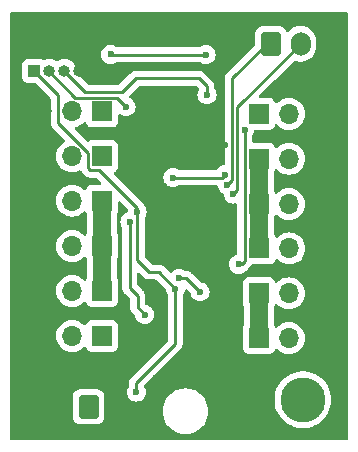
<source format=gbr>
%TF.GenerationSoftware,KiCad,Pcbnew,8.0.4-8.0.4-0~ubuntu22.04.1*%
%TF.CreationDate,2024-08-07T00:11:22+05:30*%
%TF.ProjectId,esp32Shield,65737033-3253-4686-9965-6c642e6b6963,rev?*%
%TF.SameCoordinates,Original*%
%TF.FileFunction,Copper,L2,Bot*%
%TF.FilePolarity,Positive*%
%FSLAX46Y46*%
G04 Gerber Fmt 4.6, Leading zero omitted, Abs format (unit mm)*
G04 Created by KiCad (PCBNEW 8.0.4-8.0.4-0~ubuntu22.04.1) date 2024-08-07 00:11:22*
%MOMM*%
%LPD*%
G01*
G04 APERTURE LIST*
G04 Aperture macros list*
%AMRoundRect*
0 Rectangle with rounded corners*
0 $1 Rounding radius*
0 $2 $3 $4 $5 $6 $7 $8 $9 X,Y pos of 4 corners*
0 Add a 4 corners polygon primitive as box body*
4,1,4,$2,$3,$4,$5,$6,$7,$8,$9,$2,$3,0*
0 Add four circle primitives for the rounded corners*
1,1,$1+$1,$2,$3*
1,1,$1+$1,$4,$5*
1,1,$1+$1,$6,$7*
1,1,$1+$1,$8,$9*
0 Add four rect primitives between the rounded corners*
20,1,$1+$1,$2,$3,$4,$5,0*
20,1,$1+$1,$4,$5,$6,$7,0*
20,1,$1+$1,$6,$7,$8,$9,0*
20,1,$1+$1,$8,$9,$2,$3,0*%
G04 Aperture macros list end*
%TA.AperFunction,ComponentPad*%
%ADD10R,1.700000X1.700000*%
%TD*%
%TA.AperFunction,ComponentPad*%
%ADD11O,1.700000X1.700000*%
%TD*%
%TA.AperFunction,ComponentPad*%
%ADD12R,3.800000X3.800000*%
%TD*%
%TA.AperFunction,ComponentPad*%
%ADD13C,3.800000*%
%TD*%
%TA.AperFunction,ComponentPad*%
%ADD14RoundRect,0.250000X-0.600000X-0.750000X0.600000X-0.750000X0.600000X0.750000X-0.600000X0.750000X0*%
%TD*%
%TA.AperFunction,ComponentPad*%
%ADD15O,1.700000X2.000000*%
%TD*%
%TA.AperFunction,ComponentPad*%
%ADD16RoundRect,0.250000X0.600000X0.750000X-0.600000X0.750000X-0.600000X-0.750000X0.600000X-0.750000X0*%
%TD*%
%TA.AperFunction,ComponentPad*%
%ADD17R,1.000000X1.000000*%
%TD*%
%TA.AperFunction,ComponentPad*%
%ADD18O,1.000000X1.000000*%
%TD*%
%TA.AperFunction,ViaPad*%
%ADD19C,0.600000*%
%TD*%
%TA.AperFunction,Conductor*%
%ADD20C,0.250000*%
%TD*%
%TA.AperFunction,Conductor*%
%ADD21C,1.500000*%
%TD*%
G04 APERTURE END LIST*
D10*
%TO.P,M10,1,Pin_1*%
%TO.N,+5V*%
X165875000Y-78250000D03*
D11*
%TO.P,M10,2,Pin_2*%
%TO.N,PWM10*%
X168415000Y-78250000D03*
%TO.P,M10,3,Pin_3*%
%TO.N,GND*%
X170955000Y-78250000D03*
%TD*%
D12*
%TO.P,J1,1,1*%
%TO.N,GND*%
X164600000Y-94800000D03*
D13*
%TO.P,J1,2,2*%
%TO.N,+5V*%
X169600000Y-94800000D03*
%TD*%
D10*
%TO.P,M2,1,Pin_1*%
%TO.N,+5V*%
X152600000Y-74200000D03*
D11*
%TO.P,M2,2,Pin_2*%
%TO.N,PWM2*%
X150060000Y-74200000D03*
%TO.P,M2,3,Pin_3*%
%TO.N,GND*%
X147520000Y-74200000D03*
%TD*%
D10*
%TO.P,M11,1,Pin_1*%
%TO.N,+5V*%
X165875000Y-74400000D03*
D11*
%TO.P,M11,2,Pin_2*%
%TO.N,PWM11*%
X168415000Y-74400000D03*
%TO.P,M11,3,Pin_3*%
%TO.N,GND*%
X170955000Y-74400000D03*
%TD*%
D10*
%TO.P,M6,1,Pin_1*%
%TO.N,+5V*%
X152600000Y-89400000D03*
D11*
%TO.P,M6,2,Pin_2*%
%TO.N,PWM6*%
X150060000Y-89400000D03*
%TO.P,M6,3,Pin_3*%
%TO.N,GND*%
X147520000Y-89400000D03*
%TD*%
D10*
%TO.P,M8,1,Pin_1*%
%TO.N,+5V*%
X165875000Y-85800000D03*
D11*
%TO.P,M8,2,Pin_2*%
%TO.N,PWM8*%
X168415000Y-85800000D03*
%TO.P,M8,3,Pin_3*%
%TO.N,GND*%
X170955000Y-85800000D03*
%TD*%
D14*
%TO.P,J4,1,Pin_1*%
%TO.N,SDA*%
X166900000Y-64675000D03*
D15*
%TO.P,J4,2,Pin_2*%
%TO.N,SCL*%
X169400000Y-64675000D03*
%TD*%
D10*
%TO.P,M5,1,Pin_1*%
%TO.N,+5V*%
X152600000Y-85600000D03*
D11*
%TO.P,M5,2,Pin_2*%
%TO.N,PWM5*%
X150060000Y-85600000D03*
%TO.P,M5,3,Pin_3*%
%TO.N,GND*%
X147520000Y-85600000D03*
%TD*%
D10*
%TO.P,M9,1,Pin_1*%
%TO.N,+5V*%
X165920000Y-82000000D03*
D11*
%TO.P,M9,2,Pin_2*%
%TO.N,PWM9*%
X168460000Y-82000000D03*
%TO.P,M9,3,Pin_3*%
%TO.N,GND*%
X171000000Y-82000000D03*
%TD*%
D10*
%TO.P,M3,1,Pin_1*%
%TO.N,+5V*%
X152600000Y-77950000D03*
D11*
%TO.P,M3,2,Pin_2*%
%TO.N,PWM3*%
X150060000Y-77950000D03*
%TO.P,M3,3,Pin_3*%
%TO.N,GND*%
X147520000Y-77950000D03*
%TD*%
D10*
%TO.P,M7,1,Pin_1*%
%TO.N,+5V*%
X165875000Y-89600000D03*
D11*
%TO.P,M7,2,Pin_2*%
%TO.N,PWM7*%
X168415000Y-89600000D03*
%TO.P,M7,3,Pin_3*%
%TO.N,GND*%
X170955000Y-89600000D03*
%TD*%
D10*
%TO.P,M4,1,Pin_1*%
%TO.N,+5V*%
X152600000Y-81800000D03*
D11*
%TO.P,M4,2,Pin_2*%
%TO.N,PWM4*%
X150060000Y-81800000D03*
%TO.P,M4,3,Pin_3*%
%TO.N,GND*%
X147520000Y-81800000D03*
%TD*%
D10*
%TO.P,M12,1,Pin_1*%
%TO.N,+5V*%
X165875000Y-70600000D03*
D11*
%TO.P,M12,2,Pin_2*%
%TO.N,PWM12*%
X168415000Y-70600000D03*
%TO.P,M12,3,Pin_3*%
%TO.N,GND*%
X170955000Y-70600000D03*
%TD*%
D16*
%TO.P,J3,1,Pin_1*%
%TO.N,+5V*%
X151450000Y-95400000D03*
D15*
%TO.P,J3,2,Pin_2*%
%TO.N,GND*%
X148950000Y-95400000D03*
%TD*%
D10*
%TO.P,M1,1,Pin_1*%
%TO.N,+5V*%
X152600000Y-70400000D03*
D11*
%TO.P,M1,2,Pin_2*%
%TO.N,PWM1*%
X150060000Y-70400000D03*
%TO.P,M1,3,Pin_3*%
%TO.N,GND*%
X147520000Y-70400000D03*
%TD*%
D17*
%TO.P,J2,1,Pin_1*%
%TO.N,+3.3V*%
X146850000Y-66960000D03*
D18*
%TO.P,J2,2,Pin_2*%
%TO.N,TX*%
X148120000Y-66960000D03*
%TO.P,J2,3,Pin_3*%
%TO.N,RX*%
X149390000Y-66960000D03*
%TO.P,J2,4,Pin_4*%
%TO.N,GND*%
X150660000Y-66960000D03*
%TD*%
D19*
%TO.N,SCL*%
X163690044Y-77400000D03*
%TO.N,SDA*%
X163200000Y-76600000D03*
%TO.N,IO12*%
X159127888Y-84527888D03*
X160886688Y-85679760D03*
%TO.N,reset*%
X154944391Y-79749112D03*
X156200000Y-87600000D03*
%TO.N,boot*%
X164675000Y-72000000D03*
X161400000Y-65600000D03*
X153310000Y-65580000D03*
X164150000Y-83350000D03*
%TO.N,TX*%
X154625000Y-70000000D03*
%TO.N,RX*%
X161480000Y-69000000D03*
%TO.N,GND*%
X157000000Y-75000000D03*
X159400000Y-80000000D03*
X157200000Y-93000000D03*
X162975000Y-73225000D03*
X150720000Y-64380000D03*
X163200000Y-66800000D03*
X153800000Y-64400000D03*
X161800000Y-89400000D03*
%TO.N,+3.3V*%
X158600000Y-76000000D03*
X162975000Y-75758058D03*
X155500000Y-94170000D03*
X155569391Y-78895803D03*
X158800000Y-85400000D03*
%TD*%
D20*
%TO.N,SCL*%
X163690044Y-77400000D02*
X164050000Y-77040044D01*
X164050000Y-70025000D02*
X169400000Y-64675000D01*
X164050000Y-77040044D02*
X164050000Y-70025000D01*
%TO.N,SDA*%
X163600000Y-67600000D02*
X166525000Y-64675000D01*
X163200000Y-76600000D02*
X163600000Y-76200000D01*
X163600000Y-76200000D02*
X163600000Y-67600000D01*
X166525000Y-64675000D02*
X166900000Y-64675000D01*
%TO.N,IO12*%
X159127888Y-84527888D02*
X159734816Y-84527888D01*
X159734816Y-84527888D02*
X160886688Y-85679760D01*
%TO.N,reset*%
X155600000Y-86000000D02*
X155600000Y-87000000D01*
X154944391Y-79749112D02*
X154944391Y-85344391D01*
X154944391Y-85344391D02*
X155600000Y-86000000D01*
X155600000Y-87000000D02*
X156200000Y-87600000D01*
%TO.N,boot*%
X153330000Y-65600000D02*
X161400000Y-65600000D01*
X164430000Y-83350000D02*
X164675000Y-83105000D01*
X164150000Y-83350000D02*
X164430000Y-83350000D01*
X164675000Y-83105000D02*
X164675000Y-72000000D01*
%TO.N,TX*%
X154625000Y-70000000D02*
X153850000Y-69225000D01*
X153850000Y-69225000D02*
X150345000Y-69225000D01*
X150345000Y-69225000D02*
X148120000Y-67000000D01*
%TO.N,RX*%
X155458884Y-67600000D02*
X154283884Y-68775000D01*
X161480000Y-68280000D02*
X160800000Y-67600000D01*
X154283884Y-68775000D02*
X151165000Y-68775000D01*
X160800000Y-67600000D02*
X155458884Y-67600000D01*
X151165000Y-68775000D02*
X149390000Y-67000000D01*
X161480000Y-69000000D02*
X161480000Y-68280000D01*
D21*
%TO.N,+5V*%
X165920000Y-82000000D02*
X165920000Y-78295000D01*
X152600000Y-81800000D02*
X152600000Y-85600000D01*
X152600000Y-81800000D02*
X152600000Y-77950000D01*
X165875000Y-89600000D02*
X165875000Y-85800000D01*
X165920000Y-78295000D02*
X165875000Y-78250000D01*
X165875000Y-78250000D02*
X165875000Y-74400000D01*
D20*
%TO.N,+3.3V*%
X157400000Y-84000000D02*
X156600000Y-84000000D01*
X155569391Y-82969391D02*
X155569391Y-78895803D01*
X158800000Y-90070000D02*
X158800000Y-85400000D01*
X151600000Y-75375000D02*
X152375000Y-75375000D01*
X151425000Y-75200000D02*
X151600000Y-75375000D01*
X155500000Y-94170000D02*
X155500000Y-93370000D01*
X148885000Y-71363299D02*
X151425000Y-73903299D01*
X155500000Y-93370000D02*
X158800000Y-90070000D01*
X151425000Y-73903299D02*
X151425000Y-75200000D01*
X152375000Y-75375000D02*
X155569391Y-78569391D01*
X156600000Y-84000000D02*
X155569391Y-82969391D01*
X158800000Y-85400000D02*
X157400000Y-84000000D01*
X155569391Y-78569391D02*
X155569391Y-78895803D01*
X146850000Y-67000000D02*
X148885000Y-69035000D01*
X148885000Y-69035000D02*
X148885000Y-71363299D01*
X162975000Y-75758058D02*
X162733058Y-76000000D01*
X162733058Y-76000000D02*
X158600000Y-76000000D01*
%TD*%
%TA.AperFunction,Conductor*%
%TO.N,GND*%
G36*
X173342539Y-62020185D02*
G01*
X173388294Y-62072989D01*
X173399500Y-62124500D01*
X173399500Y-98075500D01*
X173379815Y-98142539D01*
X173327011Y-98188294D01*
X173275500Y-98199500D01*
X144924500Y-98199500D01*
X144857461Y-98179815D01*
X144811706Y-98127011D01*
X144800500Y-98075500D01*
X144800500Y-94599983D01*
X150099500Y-94599983D01*
X150099500Y-96200001D01*
X150099501Y-96200018D01*
X150110000Y-96302796D01*
X150110001Y-96302799D01*
X150157621Y-96446504D01*
X150165186Y-96469334D01*
X150257288Y-96618656D01*
X150381344Y-96742712D01*
X150530666Y-96834814D01*
X150697203Y-96889999D01*
X150799991Y-96900500D01*
X152100008Y-96900499D01*
X152202797Y-96889999D01*
X152369334Y-96834814D01*
X152518656Y-96742712D01*
X152642712Y-96618656D01*
X152734814Y-96469334D01*
X152789999Y-96302797D01*
X152800500Y-96200009D01*
X152800500Y-95779998D01*
X157724569Y-95779998D01*
X157724569Y-95780001D01*
X157744269Y-96055442D01*
X157744270Y-96055449D01*
X157802966Y-96325267D01*
X157802968Y-96325274D01*
X157848184Y-96446504D01*
X157899470Y-96584008D01*
X157899472Y-96584012D01*
X158031808Y-96826367D01*
X158031813Y-96826375D01*
X158197292Y-97047430D01*
X158197308Y-97047448D01*
X158392551Y-97242691D01*
X158392569Y-97242707D01*
X158613624Y-97408186D01*
X158613632Y-97408191D01*
X158855987Y-97540527D01*
X158855991Y-97540529D01*
X158855993Y-97540530D01*
X159114726Y-97637032D01*
X159384559Y-97695731D01*
X159638781Y-97713913D01*
X159659999Y-97715431D01*
X159660000Y-97715431D01*
X159660001Y-97715431D01*
X159679701Y-97714021D01*
X159935441Y-97695731D01*
X160205274Y-97637032D01*
X160464007Y-97540530D01*
X160706373Y-97408188D01*
X160927438Y-97242701D01*
X161122701Y-97047438D01*
X161288188Y-96826373D01*
X161420530Y-96584007D01*
X161517032Y-96325274D01*
X161575731Y-96055441D01*
X161595431Y-95780000D01*
X161575731Y-95504559D01*
X161517032Y-95234726D01*
X161420530Y-94975993D01*
X161420296Y-94975565D01*
X161324427Y-94799994D01*
X167194754Y-94799994D01*
X167194754Y-94800005D01*
X167213718Y-95101446D01*
X167213719Y-95101453D01*
X167270320Y-95398164D01*
X167363659Y-95685431D01*
X167363661Y-95685436D01*
X167492265Y-95958732D01*
X167492268Y-95958738D01*
X167654111Y-96213763D01*
X167654114Y-96213767D01*
X167654115Y-96213768D01*
X167727765Y-96302796D01*
X167846652Y-96446505D01*
X168066836Y-96653272D01*
X168066846Y-96653280D01*
X168311193Y-96830808D01*
X168311198Y-96830810D01*
X168311205Y-96830816D01*
X168575896Y-96976332D01*
X168575901Y-96976334D01*
X168575903Y-96976335D01*
X168575904Y-96976336D01*
X168856734Y-97087524D01*
X168856737Y-97087525D01*
X168954259Y-97112564D01*
X169149302Y-97162642D01*
X169296039Y-97181179D01*
X169448963Y-97200499D01*
X169448969Y-97200499D01*
X169448973Y-97200500D01*
X169448975Y-97200500D01*
X169751025Y-97200500D01*
X169751027Y-97200500D01*
X169751032Y-97200499D01*
X169751036Y-97200499D01*
X169830591Y-97190448D01*
X170050698Y-97162642D01*
X170343262Y-97087525D01*
X170343265Y-97087524D01*
X170624095Y-96976336D01*
X170624096Y-96976335D01*
X170624094Y-96976335D01*
X170624104Y-96976332D01*
X170888795Y-96830816D01*
X171133162Y-96653274D01*
X171353349Y-96446504D01*
X171545885Y-96213768D01*
X171707733Y-95958736D01*
X171836341Y-95685430D01*
X171929681Y-95398160D01*
X171986280Y-95101457D01*
X171991464Y-95019061D01*
X172005246Y-94800005D01*
X172005246Y-94799994D01*
X171986281Y-94498553D01*
X171986280Y-94498546D01*
X171986280Y-94498543D01*
X171929681Y-94201840D01*
X171836341Y-93914570D01*
X171707733Y-93641264D01*
X171545885Y-93386232D01*
X171353349Y-93153496D01*
X171133162Y-92946726D01*
X171133159Y-92946724D01*
X171133153Y-92946719D01*
X170888806Y-92769191D01*
X170888799Y-92769186D01*
X170888795Y-92769184D01*
X170624104Y-92623668D01*
X170624101Y-92623666D01*
X170624096Y-92623664D01*
X170624095Y-92623663D01*
X170343265Y-92512475D01*
X170343262Y-92512474D01*
X170050695Y-92437357D01*
X169751036Y-92399500D01*
X169751027Y-92399500D01*
X169448973Y-92399500D01*
X169448963Y-92399500D01*
X169149304Y-92437357D01*
X168856737Y-92512474D01*
X168856734Y-92512475D01*
X168575904Y-92623663D01*
X168575903Y-92623664D01*
X168311205Y-92769184D01*
X168311193Y-92769191D01*
X168066846Y-92946719D01*
X168066836Y-92946727D01*
X167846652Y-93153494D01*
X167654111Y-93386236D01*
X167492268Y-93641261D01*
X167492265Y-93641267D01*
X167363661Y-93914563D01*
X167363659Y-93914568D01*
X167270320Y-94201835D01*
X167213719Y-94498546D01*
X167213718Y-94498553D01*
X167194754Y-94799994D01*
X161324427Y-94799994D01*
X161288191Y-94733632D01*
X161288186Y-94733624D01*
X161122707Y-94512569D01*
X161122691Y-94512551D01*
X160927448Y-94317308D01*
X160927430Y-94317292D01*
X160706375Y-94151813D01*
X160706367Y-94151808D01*
X160464012Y-94019472D01*
X160464008Y-94019470D01*
X160318465Y-93965186D01*
X160205274Y-93922968D01*
X160205270Y-93922967D01*
X160205267Y-93922966D01*
X159935449Y-93864270D01*
X159935442Y-93864269D01*
X159660001Y-93844569D01*
X159659999Y-93844569D01*
X159384557Y-93864269D01*
X159384550Y-93864270D01*
X159114732Y-93922966D01*
X159114727Y-93922967D01*
X159114726Y-93922968D01*
X159052172Y-93946299D01*
X158855991Y-94019470D01*
X158855987Y-94019472D01*
X158613632Y-94151808D01*
X158613624Y-94151813D01*
X158392569Y-94317292D01*
X158392551Y-94317308D01*
X158197308Y-94512551D01*
X158197292Y-94512569D01*
X158031813Y-94733624D01*
X158031808Y-94733632D01*
X157899472Y-94975987D01*
X157899470Y-94975991D01*
X157802966Y-95234732D01*
X157744270Y-95504550D01*
X157744269Y-95504557D01*
X157724569Y-95779998D01*
X152800500Y-95779998D01*
X152800499Y-94599992D01*
X152789999Y-94497203D01*
X152734814Y-94330666D01*
X152642712Y-94181344D01*
X152518656Y-94057288D01*
X152369334Y-93965186D01*
X152202797Y-93910001D01*
X152202795Y-93910000D01*
X152100010Y-93899500D01*
X150799998Y-93899500D01*
X150799981Y-93899501D01*
X150697203Y-93910000D01*
X150697200Y-93910001D01*
X150530668Y-93965185D01*
X150530663Y-93965187D01*
X150381342Y-94057289D01*
X150257289Y-94181342D01*
X150165187Y-94330663D01*
X150165185Y-94330668D01*
X150159026Y-94349255D01*
X150110001Y-94497203D01*
X150110001Y-94497204D01*
X150110000Y-94497204D01*
X150099500Y-94599983D01*
X144800500Y-94599983D01*
X144800500Y-89399999D01*
X148704341Y-89399999D01*
X148704341Y-89400000D01*
X148724936Y-89635403D01*
X148724938Y-89635413D01*
X148786094Y-89863655D01*
X148786096Y-89863659D01*
X148786097Y-89863663D01*
X148870499Y-90044663D01*
X148885965Y-90077830D01*
X148885967Y-90077834D01*
X148923619Y-90131606D01*
X149021505Y-90271401D01*
X149188599Y-90438495D01*
X149273404Y-90497876D01*
X149382165Y-90574032D01*
X149382167Y-90574033D01*
X149382170Y-90574035D01*
X149596337Y-90673903D01*
X149824592Y-90735063D01*
X150001034Y-90750500D01*
X150059999Y-90755659D01*
X150060000Y-90755659D01*
X150060001Y-90755659D01*
X150118966Y-90750500D01*
X150295408Y-90735063D01*
X150523663Y-90673903D01*
X150737830Y-90574035D01*
X150931401Y-90438495D01*
X151053329Y-90316566D01*
X151114648Y-90283084D01*
X151184340Y-90288068D01*
X151240274Y-90329939D01*
X151257189Y-90360917D01*
X151306202Y-90492328D01*
X151306206Y-90492335D01*
X151392452Y-90607544D01*
X151392455Y-90607547D01*
X151507664Y-90693793D01*
X151507671Y-90693797D01*
X151642517Y-90744091D01*
X151642516Y-90744091D01*
X151649444Y-90744835D01*
X151702127Y-90750500D01*
X153497872Y-90750499D01*
X153557483Y-90744091D01*
X153692331Y-90693796D01*
X153807546Y-90607546D01*
X153893796Y-90492331D01*
X153944091Y-90357483D01*
X153950500Y-90297873D01*
X153950499Y-88502128D01*
X153944091Y-88442517D01*
X153942810Y-88439083D01*
X153893797Y-88307671D01*
X153893793Y-88307664D01*
X153807547Y-88192455D01*
X153807544Y-88192452D01*
X153692335Y-88106206D01*
X153692328Y-88106202D01*
X153557482Y-88055908D01*
X153557483Y-88055908D01*
X153497883Y-88049501D01*
X153497881Y-88049500D01*
X153497873Y-88049500D01*
X153497864Y-88049500D01*
X151702129Y-88049500D01*
X151702123Y-88049501D01*
X151642516Y-88055908D01*
X151507671Y-88106202D01*
X151507664Y-88106206D01*
X151392455Y-88192452D01*
X151392452Y-88192455D01*
X151306206Y-88307664D01*
X151306203Y-88307669D01*
X151257189Y-88439083D01*
X151215317Y-88495016D01*
X151149853Y-88519433D01*
X151081580Y-88504581D01*
X151053326Y-88483430D01*
X150931402Y-88361506D01*
X150931395Y-88361501D01*
X150737834Y-88225967D01*
X150737830Y-88225965D01*
X150737828Y-88225964D01*
X150523663Y-88126097D01*
X150523659Y-88126096D01*
X150523655Y-88126094D01*
X150295413Y-88064938D01*
X150295403Y-88064936D01*
X150060001Y-88044341D01*
X150059999Y-88044341D01*
X149824596Y-88064936D01*
X149824586Y-88064938D01*
X149596344Y-88126094D01*
X149596335Y-88126098D01*
X149382171Y-88225964D01*
X149382169Y-88225965D01*
X149188597Y-88361505D01*
X149021505Y-88528597D01*
X148885965Y-88722169D01*
X148885964Y-88722171D01*
X148786098Y-88936335D01*
X148786094Y-88936344D01*
X148724938Y-89164586D01*
X148724936Y-89164596D01*
X148704341Y-89399999D01*
X144800500Y-89399999D01*
X144800500Y-66412135D01*
X145849500Y-66412135D01*
X145849500Y-67507870D01*
X145849501Y-67507876D01*
X145855908Y-67567483D01*
X145906202Y-67702328D01*
X145906206Y-67702335D01*
X145992452Y-67817544D01*
X145992455Y-67817547D01*
X146107664Y-67903793D01*
X146107671Y-67903797D01*
X146152618Y-67920561D01*
X146242517Y-67954091D01*
X146302127Y-67960500D01*
X146874547Y-67960499D01*
X146941586Y-67980183D01*
X146962228Y-67996818D01*
X148223181Y-69257771D01*
X148256666Y-69319094D01*
X148259500Y-69345452D01*
X148259500Y-71424910D01*
X148283535Y-71545743D01*
X148283540Y-71545760D01*
X148330685Y-71659580D01*
X148330688Y-71659585D01*
X148352567Y-71692328D01*
X148352568Y-71692331D01*
X148352569Y-71692331D01*
X148399140Y-71762030D01*
X148399141Y-71762031D01*
X148399142Y-71762032D01*
X148486267Y-71849157D01*
X148486268Y-71849157D01*
X148493335Y-71856224D01*
X148493334Y-71856224D01*
X148493338Y-71856227D01*
X149448522Y-72811411D01*
X149482007Y-72872734D01*
X149477023Y-72942426D01*
X149435151Y-72998359D01*
X149413246Y-73011474D01*
X149382171Y-73025964D01*
X149382169Y-73025965D01*
X149188597Y-73161505D01*
X149021505Y-73328597D01*
X148885965Y-73522169D01*
X148885964Y-73522171D01*
X148786098Y-73736335D01*
X148786094Y-73736344D01*
X148724938Y-73964586D01*
X148724936Y-73964596D01*
X148704341Y-74199999D01*
X148704341Y-74200000D01*
X148724936Y-74435403D01*
X148724938Y-74435413D01*
X148786094Y-74663655D01*
X148786096Y-74663659D01*
X148786097Y-74663663D01*
X148869134Y-74841735D01*
X148885965Y-74877830D01*
X148885967Y-74877834D01*
X148994104Y-75032268D01*
X149021505Y-75071401D01*
X149188599Y-75238495D01*
X149283555Y-75304984D01*
X149382165Y-75374032D01*
X149382167Y-75374033D01*
X149382170Y-75374035D01*
X149596337Y-75473903D01*
X149824592Y-75535063D01*
X150012918Y-75551539D01*
X150059999Y-75555659D01*
X150060000Y-75555659D01*
X150060001Y-75555659D01*
X150099234Y-75552226D01*
X150295408Y-75535063D01*
X150523663Y-75473903D01*
X150689345Y-75396643D01*
X150758421Y-75386152D01*
X150822205Y-75414672D01*
X150856311Y-75461575D01*
X150870688Y-75496286D01*
X150870690Y-75496290D01*
X150896599Y-75535064D01*
X150896600Y-75535065D01*
X150939140Y-75598731D01*
X150939141Y-75598732D01*
X150939142Y-75598733D01*
X151026267Y-75685858D01*
X151026268Y-75685858D01*
X151033335Y-75692925D01*
X151033334Y-75692925D01*
X151033338Y-75692928D01*
X151107071Y-75766661D01*
X151107074Y-75766665D01*
X151107075Y-75766665D01*
X151114141Y-75773731D01*
X151114142Y-75773733D01*
X151161154Y-75820745D01*
X151201268Y-75860859D01*
X151303707Y-75929307D01*
X151303713Y-75929310D01*
X151303714Y-75929311D01*
X151417548Y-75976463D01*
X151447307Y-75982382D01*
X151472015Y-75987297D01*
X151472031Y-75987300D01*
X151472051Y-75987304D01*
X151538391Y-76000499D01*
X151538392Y-76000500D01*
X151538393Y-76000500D01*
X151538394Y-76000500D01*
X152064548Y-76000500D01*
X152131587Y-76020185D01*
X152152229Y-76036819D01*
X152503229Y-76387819D01*
X152536714Y-76449142D01*
X152531730Y-76518834D01*
X152489858Y-76574767D01*
X152424394Y-76599184D01*
X152415548Y-76599500D01*
X151702129Y-76599500D01*
X151702123Y-76599501D01*
X151642516Y-76605908D01*
X151507671Y-76656202D01*
X151507664Y-76656206D01*
X151392455Y-76742452D01*
X151392452Y-76742455D01*
X151306206Y-76857664D01*
X151306203Y-76857669D01*
X151257189Y-76989083D01*
X151215317Y-77045016D01*
X151149853Y-77069433D01*
X151081580Y-77054581D01*
X151053326Y-77033430D01*
X150931402Y-76911506D01*
X150931395Y-76911501D01*
X150737834Y-76775967D01*
X150737830Y-76775965D01*
X150737828Y-76775964D01*
X150523663Y-76676097D01*
X150523659Y-76676096D01*
X150523655Y-76676094D01*
X150295413Y-76614938D01*
X150295403Y-76614936D01*
X150060001Y-76594341D01*
X150059999Y-76594341D01*
X149824596Y-76614936D01*
X149824586Y-76614938D01*
X149596344Y-76676094D01*
X149596335Y-76676098D01*
X149382171Y-76775964D01*
X149382169Y-76775965D01*
X149188597Y-76911505D01*
X149021505Y-77078597D01*
X148885965Y-77272169D01*
X148885964Y-77272171D01*
X148786098Y-77486335D01*
X148786094Y-77486344D01*
X148724938Y-77714586D01*
X148724936Y-77714596D01*
X148704341Y-77949999D01*
X148704341Y-77950000D01*
X148724936Y-78185403D01*
X148724938Y-78185413D01*
X148786094Y-78413655D01*
X148786096Y-78413659D01*
X148786097Y-78413663D01*
X148819555Y-78485413D01*
X148885965Y-78627830D01*
X148885967Y-78627834D01*
X148959469Y-78732805D01*
X149021505Y-78821401D01*
X149188599Y-78988495D01*
X149265482Y-79042329D01*
X149382165Y-79124032D01*
X149382167Y-79124033D01*
X149382170Y-79124035D01*
X149596337Y-79223903D01*
X149824592Y-79285063D01*
X150012918Y-79301539D01*
X150059999Y-79305659D01*
X150060000Y-79305659D01*
X150060001Y-79305659D01*
X150099234Y-79302226D01*
X150295408Y-79285063D01*
X150523663Y-79223903D01*
X150737830Y-79124035D01*
X150931401Y-78988495D01*
X151053329Y-78866566D01*
X151114648Y-78833084D01*
X151184340Y-78838068D01*
X151240274Y-78879939D01*
X151257189Y-78910917D01*
X151306202Y-79042328D01*
X151306203Y-79042329D01*
X151324766Y-79067126D01*
X151349184Y-79132590D01*
X151349500Y-79141438D01*
X151349500Y-80608561D01*
X151329815Y-80675600D01*
X151324767Y-80682872D01*
X151306204Y-80707668D01*
X151306203Y-80707669D01*
X151257189Y-80839083D01*
X151215317Y-80895016D01*
X151149853Y-80919433D01*
X151081580Y-80904581D01*
X151053326Y-80883430D01*
X150931402Y-80761506D01*
X150931395Y-80761501D01*
X150737834Y-80625967D01*
X150737830Y-80625965D01*
X150737828Y-80625964D01*
X150523663Y-80526097D01*
X150523659Y-80526096D01*
X150523655Y-80526094D01*
X150295413Y-80464938D01*
X150295403Y-80464936D01*
X150060001Y-80444341D01*
X150059999Y-80444341D01*
X149824596Y-80464936D01*
X149824586Y-80464938D01*
X149596344Y-80526094D01*
X149596335Y-80526098D01*
X149382171Y-80625964D01*
X149382169Y-80625965D01*
X149188597Y-80761505D01*
X149021505Y-80928597D01*
X148885965Y-81122169D01*
X148885964Y-81122171D01*
X148786098Y-81336335D01*
X148786094Y-81336344D01*
X148724938Y-81564586D01*
X148724936Y-81564596D01*
X148704341Y-81799999D01*
X148704341Y-81800000D01*
X148724936Y-82035403D01*
X148724938Y-82035413D01*
X148786094Y-82263655D01*
X148786096Y-82263659D01*
X148786097Y-82263663D01*
X148870499Y-82444663D01*
X148885965Y-82477830D01*
X148885967Y-82477834D01*
X148946744Y-82564632D01*
X149021505Y-82671401D01*
X149188599Y-82838495D01*
X149283555Y-82904984D01*
X149382165Y-82974032D01*
X149382167Y-82974033D01*
X149382170Y-82974035D01*
X149596337Y-83073903D01*
X149824592Y-83135063D01*
X150012918Y-83151539D01*
X150059999Y-83155659D01*
X150060000Y-83155659D01*
X150060001Y-83155659D01*
X150099234Y-83152226D01*
X150295408Y-83135063D01*
X150523663Y-83073903D01*
X150737830Y-82974035D01*
X150931401Y-82838495D01*
X151053329Y-82716566D01*
X151114648Y-82683084D01*
X151184340Y-82688068D01*
X151240274Y-82729939D01*
X151257189Y-82760917D01*
X151306202Y-82892328D01*
X151306203Y-82892329D01*
X151306204Y-82892331D01*
X151324349Y-82916569D01*
X151324766Y-82917126D01*
X151349184Y-82982590D01*
X151349500Y-82991438D01*
X151349500Y-84408561D01*
X151329815Y-84475600D01*
X151324767Y-84482872D01*
X151306204Y-84507668D01*
X151306203Y-84507669D01*
X151257189Y-84639083D01*
X151215317Y-84695016D01*
X151149853Y-84719433D01*
X151081580Y-84704581D01*
X151053326Y-84683430D01*
X150931402Y-84561506D01*
X150931395Y-84561501D01*
X150737834Y-84425967D01*
X150737830Y-84425965D01*
X150737828Y-84425964D01*
X150523663Y-84326097D01*
X150523659Y-84326096D01*
X150523655Y-84326094D01*
X150295413Y-84264938D01*
X150295403Y-84264936D01*
X150060001Y-84244341D01*
X150059999Y-84244341D01*
X149824596Y-84264936D01*
X149824586Y-84264938D01*
X149596344Y-84326094D01*
X149596335Y-84326098D01*
X149382171Y-84425964D01*
X149382169Y-84425965D01*
X149188597Y-84561505D01*
X149021505Y-84728597D01*
X148885965Y-84922169D01*
X148885964Y-84922171D01*
X148786098Y-85136335D01*
X148786094Y-85136344D01*
X148724938Y-85364586D01*
X148724936Y-85364596D01*
X148704341Y-85599999D01*
X148704341Y-85600000D01*
X148724936Y-85835403D01*
X148724938Y-85835413D01*
X148786094Y-86063655D01*
X148786096Y-86063659D01*
X148786097Y-86063663D01*
X148870499Y-86244663D01*
X148885965Y-86277830D01*
X148885967Y-86277834D01*
X148908807Y-86310452D01*
X149021505Y-86471401D01*
X149188599Y-86638495D01*
X149273404Y-86697876D01*
X149382165Y-86774032D01*
X149382167Y-86774033D01*
X149382170Y-86774035D01*
X149596337Y-86873903D01*
X149596343Y-86873904D01*
X149596344Y-86873905D01*
X149597486Y-86874211D01*
X149824592Y-86935063D01*
X150001034Y-86950500D01*
X150059999Y-86955659D01*
X150060000Y-86955659D01*
X150060001Y-86955659D01*
X150118966Y-86950500D01*
X150295408Y-86935063D01*
X150523663Y-86873903D01*
X150737830Y-86774035D01*
X150931401Y-86638495D01*
X151053329Y-86516566D01*
X151114648Y-86483084D01*
X151184340Y-86488068D01*
X151240274Y-86529939D01*
X151257189Y-86560917D01*
X151306202Y-86692328D01*
X151306206Y-86692335D01*
X151392452Y-86807544D01*
X151392455Y-86807547D01*
X151507664Y-86893793D01*
X151507671Y-86893797D01*
X151642517Y-86944091D01*
X151642516Y-86944091D01*
X151649444Y-86944835D01*
X151702127Y-86950500D01*
X153497872Y-86950499D01*
X153557483Y-86944091D01*
X153692331Y-86893796D01*
X153807546Y-86807546D01*
X153893796Y-86692331D01*
X153944091Y-86557483D01*
X153950500Y-86497873D01*
X153950499Y-84702128D01*
X153944091Y-84642517D01*
X153942810Y-84639083D01*
X153893797Y-84507671D01*
X153893795Y-84507668D01*
X153875233Y-84482872D01*
X153850816Y-84417408D01*
X153850500Y-84408561D01*
X153850500Y-82991438D01*
X153870185Y-82924399D01*
X153875234Y-82917126D01*
X153875651Y-82916569D01*
X153893796Y-82892331D01*
X153901603Y-82871401D01*
X153944091Y-82757482D01*
X153948101Y-82720184D01*
X153950500Y-82697873D01*
X153950499Y-80902128D01*
X153944091Y-80842517D01*
X153942810Y-80839083D01*
X153893797Y-80707671D01*
X153893795Y-80707668D01*
X153875233Y-80682872D01*
X153850816Y-80617408D01*
X153850500Y-80608561D01*
X153850500Y-79141438D01*
X153870185Y-79074399D01*
X153875234Y-79067126D01*
X153893796Y-79042331D01*
X153912292Y-78992742D01*
X153926742Y-78953998D01*
X153944091Y-78907483D01*
X153950500Y-78847873D01*
X153950499Y-78134449D01*
X153970183Y-78067412D01*
X154022987Y-78021657D01*
X154092146Y-78011713D01*
X154155702Y-78040738D01*
X154162180Y-78046770D01*
X154746651Y-78631241D01*
X154780136Y-78692564D01*
X154782190Y-78732805D01*
X154764526Y-78889584D01*
X154737460Y-78953998D01*
X154682261Y-78992742D01*
X154594871Y-79023321D01*
X154442128Y-79119296D01*
X154314575Y-79246849D01*
X154218602Y-79399588D01*
X154159022Y-79569857D01*
X154159021Y-79569862D01*
X154138826Y-79749108D01*
X154138826Y-79749115D01*
X154159021Y-79928361D01*
X154159022Y-79928366D01*
X154218602Y-80098636D01*
X154299884Y-80227993D01*
X154318891Y-80293966D01*
X154318891Y-85406002D01*
X154342926Y-85526835D01*
X154342931Y-85526852D01*
X154390076Y-85640671D01*
X154390078Y-85640675D01*
X154416192Y-85679758D01*
X154416194Y-85679760D01*
X154458532Y-85743123D01*
X154458535Y-85743127D01*
X154549977Y-85834569D01*
X154549999Y-85834589D01*
X154938181Y-86222771D01*
X154971666Y-86284094D01*
X154974500Y-86310452D01*
X154974500Y-87061610D01*
X154998535Y-87182444D01*
X154998538Y-87182454D01*
X155012347Y-87215792D01*
X155012347Y-87215793D01*
X155045685Y-87296280D01*
X155045690Y-87296289D01*
X155079914Y-87347507D01*
X155079915Y-87347509D01*
X155114141Y-87398733D01*
X155205586Y-87490178D01*
X155205608Y-87490198D01*
X155373787Y-87658377D01*
X155407272Y-87719700D01*
X155409326Y-87732173D01*
X155414630Y-87779249D01*
X155474210Y-87949521D01*
X155533790Y-88044341D01*
X155570184Y-88102262D01*
X155697738Y-88229816D01*
X155850478Y-88325789D01*
X156020745Y-88385368D01*
X156020750Y-88385369D01*
X156199996Y-88405565D01*
X156200000Y-88405565D01*
X156200004Y-88405565D01*
X156379249Y-88385369D01*
X156379252Y-88385368D01*
X156379255Y-88385368D01*
X156549522Y-88325789D01*
X156702262Y-88229816D01*
X156829816Y-88102262D01*
X156925789Y-87949522D01*
X156985368Y-87779255D01*
X156990673Y-87732173D01*
X157005565Y-87600003D01*
X157005565Y-87599996D01*
X156985369Y-87420750D01*
X156985368Y-87420745D01*
X156977666Y-87398733D01*
X156925789Y-87250478D01*
X156829816Y-87097738D01*
X156702262Y-86970184D01*
X156660735Y-86944091D01*
X156549521Y-86874210D01*
X156379249Y-86814630D01*
X156335616Y-86809714D01*
X156271202Y-86782647D01*
X156231647Y-86725052D01*
X156225500Y-86686494D01*
X156225500Y-85938396D01*
X156225500Y-85938394D01*
X156201463Y-85817548D01*
X156187652Y-85784207D01*
X156154312Y-85703714D01*
X156112191Y-85640677D01*
X156085858Y-85601267D01*
X156085856Y-85601264D01*
X155995637Y-85511045D01*
X155995606Y-85511016D01*
X155606210Y-85121620D01*
X155572725Y-85060297D01*
X155569891Y-85033939D01*
X155569891Y-84153843D01*
X155589576Y-84086804D01*
X155642380Y-84041049D01*
X155711538Y-84031105D01*
X155775094Y-84060130D01*
X155781572Y-84066162D01*
X156111016Y-84395606D01*
X156111045Y-84395637D01*
X156201263Y-84485855D01*
X156201267Y-84485858D01*
X156303707Y-84554307D01*
X156303713Y-84554310D01*
X156303714Y-84554311D01*
X156417548Y-84601463D01*
X156477971Y-84613481D01*
X156538393Y-84625500D01*
X156538394Y-84625500D01*
X157089548Y-84625500D01*
X157156587Y-84645185D01*
X157177229Y-84661819D01*
X157973787Y-85458377D01*
X158007272Y-85519700D01*
X158009326Y-85532173D01*
X158014630Y-85579249D01*
X158074211Y-85749523D01*
X158124935Y-85830249D01*
X158143009Y-85859014D01*
X158155493Y-85878881D01*
X158174500Y-85944854D01*
X158174500Y-89759547D01*
X158154815Y-89826586D01*
X158138181Y-89847228D01*
X155014144Y-92971264D01*
X155014138Y-92971272D01*
X154945690Y-93073708D01*
X154945688Y-93073713D01*
X154912642Y-93153495D01*
X154912642Y-93153496D01*
X154898538Y-93187545D01*
X154898535Y-93187555D01*
X154874500Y-93308389D01*
X154874500Y-93625145D01*
X154855494Y-93691117D01*
X154774211Y-93820476D01*
X154714631Y-93990745D01*
X154714630Y-93990750D01*
X154694435Y-94169996D01*
X154694435Y-94170003D01*
X154714630Y-94349249D01*
X154714631Y-94349254D01*
X154774211Y-94519523D01*
X154824777Y-94599998D01*
X154870184Y-94672262D01*
X154997738Y-94799816D01*
X154998031Y-94800000D01*
X155123185Y-94878640D01*
X155150478Y-94895789D01*
X155320745Y-94955368D01*
X155320750Y-94955369D01*
X155499996Y-94975565D01*
X155500000Y-94975565D01*
X155500004Y-94975565D01*
X155679249Y-94955369D01*
X155679252Y-94955368D01*
X155679255Y-94955368D01*
X155849522Y-94895789D01*
X156002262Y-94799816D01*
X156129816Y-94672262D01*
X156225789Y-94519522D01*
X156285368Y-94349255D01*
X156285369Y-94349249D01*
X156305565Y-94170003D01*
X156305565Y-94169996D01*
X156285369Y-93990750D01*
X156285368Y-93990745D01*
X156225788Y-93820475D01*
X156165848Y-93725083D01*
X156146847Y-93657846D01*
X156167214Y-93591011D01*
X156183155Y-93571434D01*
X159198729Y-90555860D01*
X159198733Y-90555858D01*
X159285858Y-90468733D01*
X159354311Y-90366286D01*
X159354312Y-90366285D01*
X159393614Y-90271401D01*
X159401463Y-90252452D01*
X159425500Y-90131606D01*
X159425500Y-85944854D01*
X159444507Y-85878881D01*
X159456991Y-85859014D01*
X159503995Y-85784207D01*
X159525788Y-85749524D01*
X159525789Y-85749522D01*
X159585368Y-85579255D01*
X159588560Y-85550920D01*
X159615624Y-85486510D01*
X159673218Y-85446953D01*
X159743054Y-85444813D01*
X159799461Y-85477123D01*
X160060475Y-85738137D01*
X160093960Y-85799460D01*
X160096014Y-85811933D01*
X160101318Y-85859009D01*
X160160898Y-86029281D01*
X160256872Y-86182022D01*
X160384426Y-86309576D01*
X160537166Y-86405549D01*
X160707433Y-86465128D01*
X160707438Y-86465129D01*
X160886684Y-86485325D01*
X160886688Y-86485325D01*
X160886692Y-86485325D01*
X161065937Y-86465129D01*
X161065940Y-86465128D01*
X161065943Y-86465128D01*
X161236210Y-86405549D01*
X161388950Y-86309576D01*
X161516504Y-86182022D01*
X161612477Y-86029282D01*
X161672056Y-85859015D01*
X161674716Y-85835413D01*
X161692253Y-85679760D01*
X161692253Y-85679756D01*
X161672057Y-85500510D01*
X161672056Y-85500505D01*
X161653317Y-85446953D01*
X161612477Y-85330238D01*
X161516504Y-85177498D01*
X161388950Y-85049944D01*
X161238381Y-84955335D01*
X161236209Y-84953970D01*
X161088071Y-84902135D01*
X164524500Y-84902135D01*
X164524500Y-86697870D01*
X164524501Y-86697876D01*
X164530908Y-86757483D01*
X164581203Y-86892329D01*
X164581204Y-86892331D01*
X164599766Y-86917126D01*
X164624184Y-86982590D01*
X164624500Y-86991438D01*
X164624500Y-88408561D01*
X164604815Y-88475600D01*
X164599767Y-88482872D01*
X164581204Y-88507668D01*
X164581202Y-88507671D01*
X164530908Y-88642517D01*
X164524501Y-88702116D01*
X164524500Y-88702135D01*
X164524500Y-90497870D01*
X164524501Y-90497876D01*
X164530908Y-90557483D01*
X164581202Y-90692328D01*
X164581206Y-90692335D01*
X164667452Y-90807544D01*
X164667455Y-90807547D01*
X164782664Y-90893793D01*
X164782671Y-90893797D01*
X164917517Y-90944091D01*
X164917516Y-90944091D01*
X164924444Y-90944835D01*
X164977127Y-90950500D01*
X166772872Y-90950499D01*
X166832483Y-90944091D01*
X166967331Y-90893796D01*
X167082546Y-90807546D01*
X167168796Y-90692331D01*
X167217810Y-90560916D01*
X167259681Y-90504984D01*
X167325145Y-90480566D01*
X167393418Y-90495417D01*
X167421673Y-90516569D01*
X167543599Y-90638495D01*
X167622573Y-90693793D01*
X167737165Y-90774032D01*
X167737167Y-90774033D01*
X167737170Y-90774035D01*
X167951337Y-90873903D01*
X168179592Y-90935063D01*
X168356034Y-90950500D01*
X168414999Y-90955659D01*
X168415000Y-90955659D01*
X168415001Y-90955659D01*
X168473966Y-90950500D01*
X168650408Y-90935063D01*
X168878663Y-90873903D01*
X169092830Y-90774035D01*
X169286401Y-90638495D01*
X169453495Y-90471401D01*
X169589035Y-90277830D01*
X169688903Y-90063663D01*
X169750063Y-89835408D01*
X169770659Y-89600000D01*
X169750063Y-89364592D01*
X169688903Y-89136337D01*
X169589035Y-88922171D01*
X169453495Y-88728599D01*
X169453494Y-88728597D01*
X169286402Y-88561506D01*
X169286395Y-88561501D01*
X169092834Y-88425967D01*
X169092830Y-88425965D01*
X169092828Y-88425964D01*
X168878663Y-88326097D01*
X168878659Y-88326096D01*
X168878655Y-88326094D01*
X168650413Y-88264938D01*
X168650403Y-88264936D01*
X168415001Y-88244341D01*
X168414999Y-88244341D01*
X168179596Y-88264936D01*
X168179586Y-88264938D01*
X167951344Y-88326094D01*
X167951335Y-88326098D01*
X167737171Y-88425964D01*
X167737169Y-88425965D01*
X167543600Y-88561503D01*
X167421673Y-88683430D01*
X167360350Y-88716914D01*
X167290658Y-88711930D01*
X167234725Y-88670058D01*
X167217810Y-88639081D01*
X167168797Y-88507671D01*
X167168795Y-88507668D01*
X167150233Y-88482872D01*
X167125816Y-88417408D01*
X167125500Y-88408561D01*
X167125500Y-86991438D01*
X167145185Y-86924399D01*
X167150234Y-86917126D01*
X167168796Y-86892331D01*
X167175555Y-86874211D01*
X167209705Y-86782647D01*
X167217810Y-86760916D01*
X167259681Y-86704984D01*
X167325145Y-86680566D01*
X167393418Y-86695417D01*
X167421673Y-86716569D01*
X167543599Y-86838495D01*
X167594607Y-86874211D01*
X167737165Y-86974032D01*
X167737167Y-86974033D01*
X167737170Y-86974035D01*
X167951337Y-87073903D01*
X168179592Y-87135063D01*
X168367918Y-87151539D01*
X168414999Y-87155659D01*
X168415000Y-87155659D01*
X168415001Y-87155659D01*
X168454234Y-87152226D01*
X168650408Y-87135063D01*
X168878663Y-87073903D01*
X169092830Y-86974035D01*
X169286401Y-86838495D01*
X169453495Y-86671401D01*
X169589035Y-86477830D01*
X169688903Y-86263663D01*
X169750063Y-86035408D01*
X169770659Y-85800000D01*
X169750063Y-85564592D01*
X169688903Y-85336337D01*
X169589035Y-85122171D01*
X169588650Y-85121620D01*
X169453494Y-84928597D01*
X169286402Y-84761506D01*
X169286395Y-84761501D01*
X169092834Y-84625967D01*
X169092830Y-84625965D01*
X169040281Y-84601461D01*
X168878663Y-84526097D01*
X168878659Y-84526096D01*
X168878655Y-84526094D01*
X168650413Y-84464938D01*
X168650403Y-84464936D01*
X168415001Y-84444341D01*
X168414999Y-84444341D01*
X168179596Y-84464936D01*
X168179586Y-84464938D01*
X167951344Y-84526094D01*
X167951335Y-84526098D01*
X167737171Y-84625964D01*
X167737169Y-84625965D01*
X167543600Y-84761503D01*
X167421673Y-84883430D01*
X167360350Y-84916914D01*
X167290658Y-84911930D01*
X167234725Y-84870058D01*
X167217810Y-84839081D01*
X167168797Y-84707671D01*
X167168793Y-84707664D01*
X167082547Y-84592455D01*
X167082544Y-84592452D01*
X166967335Y-84506206D01*
X166967328Y-84506202D01*
X166832482Y-84455908D01*
X166832483Y-84455908D01*
X166772883Y-84449501D01*
X166772881Y-84449500D01*
X166772873Y-84449500D01*
X166772864Y-84449500D01*
X164977129Y-84449500D01*
X164977123Y-84449501D01*
X164917516Y-84455908D01*
X164782671Y-84506202D01*
X164782664Y-84506206D01*
X164667455Y-84592452D01*
X164667452Y-84592455D01*
X164581206Y-84707664D01*
X164581202Y-84707671D01*
X164530908Y-84842517D01*
X164524501Y-84902116D01*
X164524500Y-84902135D01*
X161088071Y-84902135D01*
X161065937Y-84894390D01*
X161018861Y-84889086D01*
X160954447Y-84862019D01*
X160945065Y-84853547D01*
X160225014Y-84133496D01*
X160224994Y-84133474D01*
X160133551Y-84042031D01*
X160108999Y-84025626D01*
X160071395Y-84000500D01*
X160071396Y-84000500D01*
X160071394Y-84000498D01*
X160031106Y-83973578D01*
X160031102Y-83973576D01*
X159946161Y-83938393D01*
X159917269Y-83926425D01*
X159907243Y-83924431D01*
X159856845Y-83914406D01*
X159796426Y-83902388D01*
X159796423Y-83902388D01*
X159796422Y-83902388D01*
X159672743Y-83902388D01*
X159606771Y-83883382D01*
X159477411Y-83802099D01*
X159307142Y-83742519D01*
X159307137Y-83742518D01*
X159127892Y-83722323D01*
X159127884Y-83722323D01*
X158948638Y-83742518D01*
X158948633Y-83742519D01*
X158778364Y-83802099D01*
X158625625Y-83898072D01*
X158493148Y-84030550D01*
X158491270Y-84028672D01*
X158443957Y-84061825D01*
X158374143Y-84064619D01*
X158316611Y-84032021D01*
X157890198Y-83605608D01*
X157890178Y-83605586D01*
X157798733Y-83514141D01*
X157747509Y-83479915D01*
X157696287Y-83445689D01*
X157696286Y-83445688D01*
X157696283Y-83445686D01*
X157696280Y-83445685D01*
X157614003Y-83411606D01*
X157582453Y-83398537D01*
X157572427Y-83396543D01*
X157522029Y-83386518D01*
X157461610Y-83374500D01*
X157461607Y-83374500D01*
X157461606Y-83374500D01*
X156910452Y-83374500D01*
X156843413Y-83354815D01*
X156822771Y-83338181D01*
X156231210Y-82746620D01*
X156197725Y-82685297D01*
X156194891Y-82658939D01*
X156194891Y-79440657D01*
X156213898Y-79374684D01*
X156295179Y-79245327D01*
X156302676Y-79223903D01*
X156354759Y-79075058D01*
X156354760Y-79075052D01*
X156374956Y-78895806D01*
X156374956Y-78895799D01*
X156354760Y-78716553D01*
X156354759Y-78716548D01*
X156346367Y-78692564D01*
X156295180Y-78546281D01*
X156199207Y-78393541D01*
X156172915Y-78367249D01*
X156146035Y-78327020D01*
X156123705Y-78273110D01*
X156123703Y-78273105D01*
X156072572Y-78196584D01*
X156055249Y-78170658D01*
X156055246Y-78170655D01*
X156055244Y-78170652D01*
X155965028Y-78080436D01*
X155964997Y-78080407D01*
X153884586Y-75999996D01*
X157794435Y-75999996D01*
X157794435Y-76000003D01*
X157814630Y-76179249D01*
X157814631Y-76179254D01*
X157874211Y-76349523D01*
X157936806Y-76449142D01*
X157970184Y-76502262D01*
X158097738Y-76629816D01*
X158171389Y-76676094D01*
X158206234Y-76697989D01*
X158250478Y-76725789D01*
X158403275Y-76779255D01*
X158420745Y-76785368D01*
X158420750Y-76785369D01*
X158599996Y-76805565D01*
X158600000Y-76805565D01*
X158600004Y-76805565D01*
X158779249Y-76785369D01*
X158779252Y-76785368D01*
X158779255Y-76785368D01*
X158949522Y-76725789D01*
X159078883Y-76644505D01*
X159144855Y-76625500D01*
X162286495Y-76625500D01*
X162353534Y-76645185D01*
X162399289Y-76697989D01*
X162409715Y-76735618D01*
X162414630Y-76779246D01*
X162414631Y-76779252D01*
X162474210Y-76949521D01*
X162568658Y-77099833D01*
X162570184Y-77102262D01*
X162697738Y-77229816D01*
X162765146Y-77272171D01*
X162827508Y-77311356D01*
X162873799Y-77363691D01*
X162884756Y-77402466D01*
X162904674Y-77579250D01*
X162904675Y-77579254D01*
X162964255Y-77749523D01*
X163018020Y-77835089D01*
X163060228Y-77902262D01*
X163187782Y-78029816D01*
X163340522Y-78125789D01*
X163365277Y-78134451D01*
X163510789Y-78185368D01*
X163510794Y-78185369D01*
X163690040Y-78205565D01*
X163690044Y-78205565D01*
X163690048Y-78205565D01*
X163869293Y-78185369D01*
X163869296Y-78185368D01*
X163869299Y-78185368D01*
X163869300Y-78185367D01*
X163869303Y-78185367D01*
X163884544Y-78180034D01*
X163954323Y-78176471D01*
X164014951Y-78211200D01*
X164047178Y-78273193D01*
X164049500Y-78297075D01*
X164049500Y-82449092D01*
X164029815Y-82516131D01*
X163977011Y-82561886D01*
X163966463Y-82566130D01*
X163910093Y-82585854D01*
X163800478Y-82624210D01*
X163647737Y-82720184D01*
X163520184Y-82847737D01*
X163424211Y-83000476D01*
X163364631Y-83170745D01*
X163364630Y-83170750D01*
X163344435Y-83349996D01*
X163344435Y-83350003D01*
X163364630Y-83529249D01*
X163364631Y-83529254D01*
X163424211Y-83699523D01*
X163455132Y-83748733D01*
X163520184Y-83852262D01*
X163647738Y-83979816D01*
X163680660Y-84000502D01*
X163785156Y-84066162D01*
X163800478Y-84075789D01*
X163952989Y-84129155D01*
X163970745Y-84135368D01*
X163970750Y-84135369D01*
X164149996Y-84155565D01*
X164150000Y-84155565D01*
X164150004Y-84155565D01*
X164329249Y-84135369D01*
X164329252Y-84135368D01*
X164329255Y-84135368D01*
X164499522Y-84075789D01*
X164652262Y-83979816D01*
X164722113Y-83909963D01*
X164740898Y-83894547D01*
X164777509Y-83870084D01*
X164828733Y-83835858D01*
X164915858Y-83748733D01*
X164915859Y-83748731D01*
X164922925Y-83741665D01*
X164922928Y-83741661D01*
X165073729Y-83590860D01*
X165073733Y-83590858D01*
X165160858Y-83503733D01*
X165199642Y-83445689D01*
X165226423Y-83405609D01*
X165280035Y-83360803D01*
X165329525Y-83350499D01*
X166817871Y-83350499D01*
X166817872Y-83350499D01*
X166877483Y-83344091D01*
X167012331Y-83293796D01*
X167127546Y-83207546D01*
X167213796Y-83092331D01*
X167262810Y-82960916D01*
X167304681Y-82904984D01*
X167370145Y-82880566D01*
X167438418Y-82895417D01*
X167466673Y-82916569D01*
X167588599Y-83038495D01*
X167685384Y-83106265D01*
X167782165Y-83174032D01*
X167782167Y-83174033D01*
X167782170Y-83174035D01*
X167996337Y-83273903D01*
X168224592Y-83335063D01*
X168412918Y-83351539D01*
X168459999Y-83355659D01*
X168460000Y-83355659D01*
X168460001Y-83355659D01*
X168499234Y-83352226D01*
X168695408Y-83335063D01*
X168923663Y-83273903D01*
X169137830Y-83174035D01*
X169331401Y-83038495D01*
X169498495Y-82871401D01*
X169634035Y-82677830D01*
X169733903Y-82463663D01*
X169795063Y-82235408D01*
X169815659Y-82000000D01*
X169795063Y-81764592D01*
X169733903Y-81536337D01*
X169634035Y-81322171D01*
X169498495Y-81128599D01*
X169498494Y-81128597D01*
X169331402Y-80961506D01*
X169331395Y-80961501D01*
X169137834Y-80825967D01*
X169137830Y-80825965D01*
X169137828Y-80825964D01*
X168923663Y-80726097D01*
X168923659Y-80726096D01*
X168923655Y-80726094D01*
X168695413Y-80664938D01*
X168695403Y-80664936D01*
X168460001Y-80644341D01*
X168459999Y-80644341D01*
X168224596Y-80664936D01*
X168224586Y-80664938D01*
X167996344Y-80726094D01*
X167996335Y-80726098D01*
X167782171Y-80825964D01*
X167782169Y-80825965D01*
X167588600Y-80961503D01*
X167466673Y-81083430D01*
X167405350Y-81116914D01*
X167335658Y-81111930D01*
X167279725Y-81070058D01*
X167262810Y-81039081D01*
X167213797Y-80907671D01*
X167213795Y-80907668D01*
X167195233Y-80882872D01*
X167170816Y-80817408D01*
X167170500Y-80808561D01*
X167170500Y-79360133D01*
X167178318Y-79316800D01*
X167182474Y-79305659D01*
X167217810Y-79210916D01*
X167259681Y-79154983D01*
X167325146Y-79130566D01*
X167393419Y-79145418D01*
X167421673Y-79166569D01*
X167543599Y-79288495D01*
X167568112Y-79305659D01*
X167737165Y-79424032D01*
X167737167Y-79424033D01*
X167737170Y-79424035D01*
X167951337Y-79523903D01*
X168179592Y-79585063D01*
X168367918Y-79601539D01*
X168414999Y-79605659D01*
X168415000Y-79605659D01*
X168415001Y-79605659D01*
X168454234Y-79602226D01*
X168650408Y-79585063D01*
X168878663Y-79523903D01*
X169092830Y-79424035D01*
X169286401Y-79288495D01*
X169453495Y-79121401D01*
X169589035Y-78927830D01*
X169688903Y-78713663D01*
X169750063Y-78485408D01*
X169770659Y-78250000D01*
X169750063Y-78014592D01*
X169688903Y-77786337D01*
X169589035Y-77572171D01*
X169528933Y-77486335D01*
X169453494Y-77378597D01*
X169286402Y-77211506D01*
X169286395Y-77211501D01*
X169092834Y-77075967D01*
X169092830Y-77075965D01*
X169078822Y-77069433D01*
X168878663Y-76976097D01*
X168878659Y-76976096D01*
X168878655Y-76976094D01*
X168650413Y-76914938D01*
X168650403Y-76914936D01*
X168415001Y-76894341D01*
X168414999Y-76894341D01*
X168179596Y-76914936D01*
X168179586Y-76914938D01*
X167951344Y-76976094D01*
X167951335Y-76976098D01*
X167737171Y-77075964D01*
X167737169Y-77075965D01*
X167543600Y-77211503D01*
X167421673Y-77333430D01*
X167360350Y-77366914D01*
X167290658Y-77361930D01*
X167234725Y-77320058D01*
X167217810Y-77289081D01*
X167168797Y-77157671D01*
X167168795Y-77157668D01*
X167150233Y-77132872D01*
X167125816Y-77067408D01*
X167125500Y-77058561D01*
X167125500Y-75591438D01*
X167145185Y-75524399D01*
X167150234Y-75517126D01*
X167154331Y-75511653D01*
X167168796Y-75492331D01*
X167175669Y-75473905D01*
X167212744Y-75374500D01*
X167217810Y-75360916D01*
X167259681Y-75304984D01*
X167325145Y-75280566D01*
X167393418Y-75295417D01*
X167421673Y-75316569D01*
X167543599Y-75438495D01*
X167576561Y-75461575D01*
X167737165Y-75574032D01*
X167737167Y-75574033D01*
X167737170Y-75574035D01*
X167951337Y-75673903D01*
X168179592Y-75735063D01*
X168367918Y-75751539D01*
X168414999Y-75755659D01*
X168415000Y-75755659D01*
X168415001Y-75755659D01*
X168454234Y-75752226D01*
X168650408Y-75735063D01*
X168878663Y-75673903D01*
X169092830Y-75574035D01*
X169286401Y-75438495D01*
X169453495Y-75271401D01*
X169589035Y-75077830D01*
X169688903Y-74863663D01*
X169750063Y-74635408D01*
X169770659Y-74400000D01*
X169750063Y-74164592D01*
X169688903Y-73936337D01*
X169589035Y-73722171D01*
X169453495Y-73528599D01*
X169453494Y-73528597D01*
X169286402Y-73361506D01*
X169286395Y-73361501D01*
X169092834Y-73225967D01*
X169092830Y-73225965D01*
X169092828Y-73225964D01*
X168878663Y-73126097D01*
X168878659Y-73126096D01*
X168878655Y-73126094D01*
X168650413Y-73064938D01*
X168650403Y-73064936D01*
X168415001Y-73044341D01*
X168414999Y-73044341D01*
X168179596Y-73064936D01*
X168179586Y-73064938D01*
X167951344Y-73126094D01*
X167951335Y-73126098D01*
X167737171Y-73225964D01*
X167737169Y-73225965D01*
X167543600Y-73361503D01*
X167421673Y-73483430D01*
X167360350Y-73516914D01*
X167290658Y-73511930D01*
X167234725Y-73470058D01*
X167217810Y-73439081D01*
X167168797Y-73307671D01*
X167168793Y-73307664D01*
X167082547Y-73192455D01*
X167082544Y-73192452D01*
X166967335Y-73106206D01*
X166967328Y-73106202D01*
X166832482Y-73055908D01*
X166832483Y-73055908D01*
X166772883Y-73049501D01*
X166772881Y-73049500D01*
X166772873Y-73049500D01*
X166772865Y-73049500D01*
X165424500Y-73049500D01*
X165357461Y-73029815D01*
X165311706Y-72977011D01*
X165300500Y-72925500D01*
X165300500Y-72544854D01*
X165319507Y-72478881D01*
X165400788Y-72349524D01*
X165460368Y-72179254D01*
X165460369Y-72179249D01*
X165473736Y-72060616D01*
X165500802Y-71996202D01*
X165558397Y-71956646D01*
X165596956Y-71950499D01*
X166772871Y-71950499D01*
X166772872Y-71950499D01*
X166832483Y-71944091D01*
X166967331Y-71893796D01*
X167082546Y-71807546D01*
X167168796Y-71692331D01*
X167168796Y-71692329D01*
X167168798Y-71692327D01*
X167203860Y-71598317D01*
X167217810Y-71560916D01*
X167259681Y-71504984D01*
X167325145Y-71480566D01*
X167393418Y-71495417D01*
X167421673Y-71516569D01*
X167543599Y-71638495D01*
X167622573Y-71693793D01*
X167737165Y-71774032D01*
X167737167Y-71774033D01*
X167737170Y-71774035D01*
X167951337Y-71873903D01*
X168179592Y-71935063D01*
X168367918Y-71951539D01*
X168414999Y-71955659D01*
X168415000Y-71955659D01*
X168415001Y-71955659D01*
X168454234Y-71952226D01*
X168650408Y-71935063D01*
X168878663Y-71873903D01*
X169092830Y-71774035D01*
X169286401Y-71638495D01*
X169453495Y-71471401D01*
X169589035Y-71277830D01*
X169688903Y-71063663D01*
X169750063Y-70835408D01*
X169770659Y-70600000D01*
X169750063Y-70364592D01*
X169688903Y-70136337D01*
X169589035Y-69922171D01*
X169453495Y-69728599D01*
X169453494Y-69728597D01*
X169286402Y-69561506D01*
X169286395Y-69561501D01*
X169092834Y-69425967D01*
X169092830Y-69425965D01*
X169092828Y-69425964D01*
X168878663Y-69326097D01*
X168878659Y-69326096D01*
X168878655Y-69326094D01*
X168650413Y-69264938D01*
X168650403Y-69264936D01*
X168415001Y-69244341D01*
X168414999Y-69244341D01*
X168179596Y-69264936D01*
X168179586Y-69264938D01*
X167951344Y-69326094D01*
X167951335Y-69326098D01*
X167737171Y-69425964D01*
X167737169Y-69425965D01*
X167543600Y-69561503D01*
X167421673Y-69683430D01*
X167360350Y-69716914D01*
X167290658Y-69711930D01*
X167234725Y-69670058D01*
X167217810Y-69639081D01*
X167168797Y-69507671D01*
X167168793Y-69507664D01*
X167082547Y-69392455D01*
X167082544Y-69392452D01*
X166967335Y-69306206D01*
X166967328Y-69306202D01*
X166832482Y-69255908D01*
X166832483Y-69255908D01*
X166772883Y-69249501D01*
X166772881Y-69249500D01*
X166772873Y-69249500D01*
X166772865Y-69249500D01*
X166009451Y-69249500D01*
X165942412Y-69229815D01*
X165896657Y-69177011D01*
X165886713Y-69107853D01*
X165915738Y-69044297D01*
X165921770Y-69037819D01*
X167257261Y-67702328D01*
X168828949Y-66130640D01*
X168890270Y-66097157D01*
X168954945Y-66100391D01*
X169083757Y-66142246D01*
X169293713Y-66175500D01*
X169293714Y-66175500D01*
X169506286Y-66175500D01*
X169506287Y-66175500D01*
X169716243Y-66142246D01*
X169918412Y-66076557D01*
X170107816Y-65980051D01*
X170142765Y-65954659D01*
X170279786Y-65855109D01*
X170279788Y-65855106D01*
X170279792Y-65855104D01*
X170430104Y-65704792D01*
X170430106Y-65704788D01*
X170430109Y-65704786D01*
X170555048Y-65532820D01*
X170555047Y-65532820D01*
X170555051Y-65532816D01*
X170651557Y-65343412D01*
X170717246Y-65141243D01*
X170750500Y-64931287D01*
X170750500Y-64418713D01*
X170717246Y-64208757D01*
X170651557Y-64006588D01*
X170555051Y-63817184D01*
X170555049Y-63817181D01*
X170555048Y-63817179D01*
X170430109Y-63645213D01*
X170279786Y-63494890D01*
X170107820Y-63369951D01*
X169918414Y-63273444D01*
X169918413Y-63273443D01*
X169918412Y-63273443D01*
X169716243Y-63207754D01*
X169716241Y-63207753D01*
X169716240Y-63207753D01*
X169554957Y-63182208D01*
X169506287Y-63174500D01*
X169293713Y-63174500D01*
X169245042Y-63182208D01*
X169083760Y-63207753D01*
X168881585Y-63273444D01*
X168692179Y-63369951D01*
X168520215Y-63494889D01*
X168381398Y-63633706D01*
X168320075Y-63667190D01*
X168250383Y-63662206D01*
X168194450Y-63620334D01*
X168188178Y-63611120D01*
X168092712Y-63456344D01*
X167968657Y-63332289D01*
X167968656Y-63332288D01*
X167819334Y-63240186D01*
X167652797Y-63185001D01*
X167652795Y-63185000D01*
X167550010Y-63174500D01*
X166249998Y-63174500D01*
X166249981Y-63174501D01*
X166147203Y-63185000D01*
X166147200Y-63185001D01*
X165980668Y-63240185D01*
X165980663Y-63240187D01*
X165831342Y-63332289D01*
X165707289Y-63456342D01*
X165615187Y-63605663D01*
X165615185Y-63605668D01*
X165610325Y-63620334D01*
X165560001Y-63772203D01*
X165560001Y-63772204D01*
X165560000Y-63772204D01*
X165549500Y-63874983D01*
X165549500Y-64714546D01*
X165529815Y-64781585D01*
X165513181Y-64802227D01*
X163201269Y-67114140D01*
X163114144Y-67201264D01*
X163114142Y-67201267D01*
X163045692Y-67303705D01*
X163045684Y-67303719D01*
X163012347Y-67384207D01*
X163006823Y-67397543D01*
X162998537Y-67417545D01*
X162998535Y-67417553D01*
X162974500Y-67538389D01*
X162974500Y-74841735D01*
X162954815Y-74908774D01*
X162902011Y-74954529D01*
X162864384Y-74964955D01*
X162795750Y-74972688D01*
X162625478Y-75032268D01*
X162472737Y-75128242D01*
X162345184Y-75255795D01*
X162307059Y-75316472D01*
X162254724Y-75362763D01*
X162202065Y-75374500D01*
X159144855Y-75374500D01*
X159078883Y-75355494D01*
X158949523Y-75274211D01*
X158779254Y-75214631D01*
X158779249Y-75214630D01*
X158600004Y-75194435D01*
X158599996Y-75194435D01*
X158420750Y-75214630D01*
X158420745Y-75214631D01*
X158250476Y-75274211D01*
X158097737Y-75370184D01*
X157970184Y-75497737D01*
X157874211Y-75650476D01*
X157814631Y-75820745D01*
X157814630Y-75820750D01*
X157794435Y-75999996D01*
X153884586Y-75999996D01*
X153600106Y-75715516D01*
X153566621Y-75654193D01*
X153571605Y-75584501D01*
X153613477Y-75528568D01*
X153644455Y-75511653D01*
X153692326Y-75493798D01*
X153692326Y-75493797D01*
X153692331Y-75493796D01*
X153807546Y-75407546D01*
X153893796Y-75292331D01*
X153944091Y-75157483D01*
X153950500Y-75097873D01*
X153950499Y-73302128D01*
X153944091Y-73242517D01*
X153937918Y-73225967D01*
X153893797Y-73107671D01*
X153893793Y-73107664D01*
X153807547Y-72992455D01*
X153807544Y-72992452D01*
X153692335Y-72906206D01*
X153692328Y-72906202D01*
X153557482Y-72855908D01*
X153557483Y-72855908D01*
X153497883Y-72849501D01*
X153497881Y-72849500D01*
X153497873Y-72849500D01*
X153497864Y-72849500D01*
X151702129Y-72849500D01*
X151702123Y-72849501D01*
X151642516Y-72855908D01*
X151507671Y-72906202D01*
X151507669Y-72906203D01*
X151482066Y-72925370D01*
X151416601Y-72949786D01*
X151348328Y-72934934D01*
X151320075Y-72913783D01*
X150325778Y-71919486D01*
X150292293Y-71858163D01*
X150297277Y-71788471D01*
X150339149Y-71732538D01*
X150381364Y-71712031D01*
X150475929Y-71686692D01*
X150523653Y-71673906D01*
X150523654Y-71673905D01*
X150523663Y-71673903D01*
X150737830Y-71574035D01*
X150931401Y-71438495D01*
X151053329Y-71316566D01*
X151114648Y-71283084D01*
X151184340Y-71288068D01*
X151240274Y-71329939D01*
X151257189Y-71360917D01*
X151306202Y-71492328D01*
X151306206Y-71492335D01*
X151392452Y-71607544D01*
X151392455Y-71607547D01*
X151507664Y-71693793D01*
X151507671Y-71693797D01*
X151642517Y-71744091D01*
X151642516Y-71744091D01*
X151649444Y-71744835D01*
X151702127Y-71750500D01*
X153497872Y-71750499D01*
X153557483Y-71744091D01*
X153692331Y-71693796D01*
X153807546Y-71607546D01*
X153893796Y-71492331D01*
X153944091Y-71357483D01*
X153950500Y-71297873D01*
X153950499Y-70745950D01*
X153970183Y-70678913D01*
X154022987Y-70633158D01*
X154092146Y-70623214D01*
X154140469Y-70640957D01*
X154275478Y-70725789D01*
X154445745Y-70785368D01*
X154445750Y-70785369D01*
X154624996Y-70805565D01*
X154625000Y-70805565D01*
X154625004Y-70805565D01*
X154804249Y-70785369D01*
X154804252Y-70785368D01*
X154804255Y-70785368D01*
X154974522Y-70725789D01*
X155127262Y-70629816D01*
X155254816Y-70502262D01*
X155350789Y-70349522D01*
X155410368Y-70179255D01*
X155430565Y-70000000D01*
X155410368Y-69820745D01*
X155350789Y-69650478D01*
X155254816Y-69497738D01*
X155127262Y-69370184D01*
X154974519Y-69274208D01*
X154934659Y-69260261D01*
X154877883Y-69219539D01*
X154852136Y-69154586D01*
X154865593Y-69086025D01*
X154887929Y-69055543D01*
X155681655Y-68261819D01*
X155742978Y-68228334D01*
X155769336Y-68225500D01*
X160489548Y-68225500D01*
X160556587Y-68245185D01*
X160577229Y-68261819D01*
X160765968Y-68450558D01*
X160799453Y-68511881D01*
X160794469Y-68581573D01*
X160783282Y-68604208D01*
X160754211Y-68650476D01*
X160754210Y-68650478D01*
X160694633Y-68820737D01*
X160694630Y-68820750D01*
X160674435Y-68999996D01*
X160674435Y-69000003D01*
X160694630Y-69179249D01*
X160694631Y-69179254D01*
X160754211Y-69349523D01*
X160847341Y-69497737D01*
X160850184Y-69502262D01*
X160977738Y-69629816D01*
X161041783Y-69670058D01*
X161116353Y-69716914D01*
X161130478Y-69725789D01*
X161138509Y-69728599D01*
X161300745Y-69785368D01*
X161300750Y-69785369D01*
X161479996Y-69805565D01*
X161480000Y-69805565D01*
X161480004Y-69805565D01*
X161659249Y-69785369D01*
X161659252Y-69785368D01*
X161659255Y-69785368D01*
X161829522Y-69725789D01*
X161982262Y-69629816D01*
X162109816Y-69502262D01*
X162205789Y-69349522D01*
X162265368Y-69179255D01*
X162273413Y-69107853D01*
X162285565Y-69000003D01*
X162285565Y-68999996D01*
X162265369Y-68820750D01*
X162265368Y-68820745D01*
X162214157Y-68674392D01*
X162205789Y-68650478D01*
X162124505Y-68521116D01*
X162105500Y-68455145D01*
X162105500Y-68218394D01*
X162100734Y-68194437D01*
X162100733Y-68194430D01*
X162092754Y-68154309D01*
X162092754Y-68154308D01*
X162081464Y-68097553D01*
X162081463Y-68097552D01*
X162081463Y-68097548D01*
X162034311Y-67983714D01*
X162034310Y-67983713D01*
X162034307Y-67983707D01*
X161965858Y-67881267D01*
X161965855Y-67881263D01*
X161875637Y-67791045D01*
X161875606Y-67791016D01*
X161290198Y-67205608D01*
X161290178Y-67205586D01*
X161198733Y-67114141D01*
X161147509Y-67079915D01*
X161096287Y-67045689D01*
X161096286Y-67045688D01*
X161096283Y-67045686D01*
X161096280Y-67045685D01*
X161015792Y-67012347D01*
X160982453Y-66998537D01*
X160972427Y-66996543D01*
X160922029Y-66986518D01*
X160861610Y-66974500D01*
X160861607Y-66974500D01*
X160861606Y-66974500D01*
X155520491Y-66974500D01*
X155397277Y-66974500D01*
X155397273Y-66974500D01*
X155336855Y-66986518D01*
X155276432Y-66998537D01*
X155276427Y-66998538D01*
X155243091Y-67012347D01*
X155229281Y-67018067D01*
X155207053Y-67027274D01*
X155162597Y-67045688D01*
X155152441Y-67052475D01*
X155152333Y-67052547D01*
X155060152Y-67114140D01*
X155026485Y-67147808D01*
X154973026Y-67201267D01*
X154973023Y-67201270D01*
X154061113Y-68113181D01*
X153999790Y-68146666D01*
X153973432Y-68149500D01*
X151475452Y-68149500D01*
X151408413Y-68129815D01*
X151387771Y-68113181D01*
X150422398Y-67147808D01*
X150388913Y-67086485D01*
X150386676Y-67047975D01*
X150395341Y-66960000D01*
X150376024Y-66763868D01*
X150318814Y-66575273D01*
X150318811Y-66575269D01*
X150318811Y-66575266D01*
X150225913Y-66401467D01*
X150225909Y-66401460D01*
X150100883Y-66249116D01*
X149948539Y-66124090D01*
X149948532Y-66124086D01*
X149774733Y-66031188D01*
X149774727Y-66031186D01*
X149648997Y-65993046D01*
X149586129Y-65973975D01*
X149390000Y-65954659D01*
X149193870Y-65973975D01*
X149005266Y-66031188D01*
X148831467Y-66124086D01*
X148826399Y-66127473D01*
X148825305Y-66125836D01*
X148769337Y-66149596D01*
X148700471Y-66137795D01*
X148683843Y-66127109D01*
X148683601Y-66127473D01*
X148678532Y-66124086D01*
X148504733Y-66031188D01*
X148504727Y-66031186D01*
X148378997Y-65993046D01*
X148316129Y-65973975D01*
X148120000Y-65954659D01*
X147923870Y-65973975D01*
X147794462Y-66013231D01*
X147735273Y-66031186D01*
X147735272Y-66031186D01*
X147735267Y-66031188D01*
X147733143Y-66032324D01*
X147731898Y-66032583D01*
X147729641Y-66033518D01*
X147729463Y-66033089D01*
X147664740Y-66046564D01*
X147600382Y-66022231D01*
X147592331Y-66016204D01*
X147592328Y-66016202D01*
X147457482Y-65965908D01*
X147457483Y-65965908D01*
X147397883Y-65959501D01*
X147397881Y-65959500D01*
X147397873Y-65959500D01*
X147397864Y-65959500D01*
X146302129Y-65959500D01*
X146302123Y-65959501D01*
X146242516Y-65965908D01*
X146107671Y-66016202D01*
X146107664Y-66016206D01*
X145992455Y-66102452D01*
X145992452Y-66102455D01*
X145906206Y-66217664D01*
X145906202Y-66217671D01*
X145855908Y-66352517D01*
X145849501Y-66412116D01*
X145849500Y-66412135D01*
X144800500Y-66412135D01*
X144800500Y-65579996D01*
X152504435Y-65579996D01*
X152504435Y-65580003D01*
X152524630Y-65759249D01*
X152524631Y-65759254D01*
X152584211Y-65929523D01*
X152649556Y-66033518D01*
X152680184Y-66082262D01*
X152807738Y-66209816D01*
X152960478Y-66305789D01*
X153017632Y-66325788D01*
X153130745Y-66365368D01*
X153130750Y-66365369D01*
X153309996Y-66385565D01*
X153310000Y-66385565D01*
X153310004Y-66385565D01*
X153489249Y-66365369D01*
X153489252Y-66365368D01*
X153489255Y-66365368D01*
X153659522Y-66305789D01*
X153757053Y-66244505D01*
X153823025Y-66225500D01*
X160855145Y-66225500D01*
X160921117Y-66244506D01*
X161036722Y-66317146D01*
X161050478Y-66325789D01*
X161163591Y-66365369D01*
X161220745Y-66385368D01*
X161220750Y-66385369D01*
X161399996Y-66405565D01*
X161400000Y-66405565D01*
X161400004Y-66405565D01*
X161579249Y-66385369D01*
X161579252Y-66385368D01*
X161579255Y-66385368D01*
X161749522Y-66325789D01*
X161902262Y-66229816D01*
X162029816Y-66102262D01*
X162125789Y-65949522D01*
X162185368Y-65779255D01*
X162185369Y-65779249D01*
X162205565Y-65600003D01*
X162205565Y-65599996D01*
X162185369Y-65420750D01*
X162185368Y-65420745D01*
X162125788Y-65250476D01*
X162057152Y-65141243D01*
X162029816Y-65097738D01*
X161902262Y-64970184D01*
X161878883Y-64955494D01*
X161749523Y-64874211D01*
X161579254Y-64814631D01*
X161579249Y-64814630D01*
X161400004Y-64794435D01*
X161399996Y-64794435D01*
X161220750Y-64814630D01*
X161220745Y-64814631D01*
X161050476Y-64874211D01*
X160921117Y-64955494D01*
X160855145Y-64974500D01*
X153886143Y-64974500D01*
X153819104Y-64954815D01*
X153815370Y-64952137D01*
X153659523Y-64854211D01*
X153489254Y-64794631D01*
X153489249Y-64794630D01*
X153310004Y-64774435D01*
X153309996Y-64774435D01*
X153130750Y-64794630D01*
X153130745Y-64794631D01*
X152960476Y-64854211D01*
X152807737Y-64950184D01*
X152680184Y-65077737D01*
X152584211Y-65230476D01*
X152524631Y-65400745D01*
X152524630Y-65400750D01*
X152504435Y-65579996D01*
X144800500Y-65579996D01*
X144800500Y-62124500D01*
X144820185Y-62057461D01*
X144872989Y-62011706D01*
X144924500Y-62000500D01*
X173275500Y-62000500D01*
X173342539Y-62020185D01*
G37*
%TD.AperFunction*%
%TD*%
M02*

</source>
